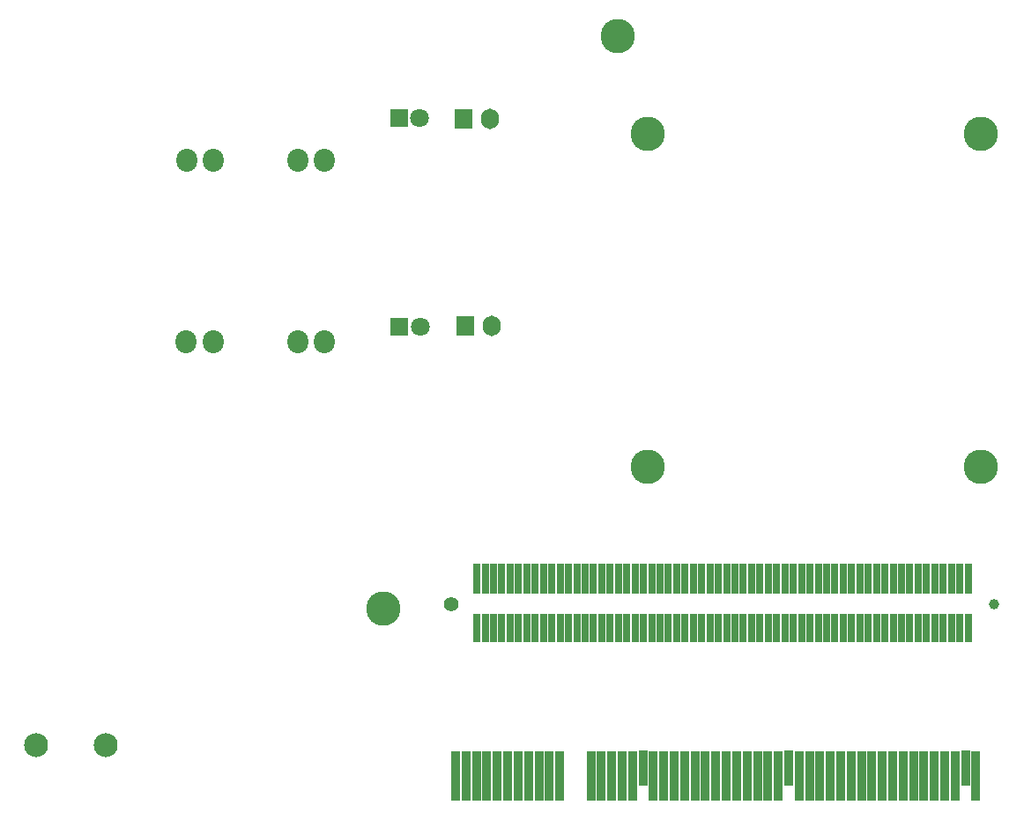
<source format=gts>
G04*
G04 #@! TF.GenerationSoftware,Altium Limited,Altium Designer,19.1.6 (110)*
G04*
G04 Layer_Color=8388736*
%FSLAX25Y25*%
%MOIN*%
G70*
G01*
G75*
%ADD19R,0.03600X0.18800*%
%ADD20R,0.03600X0.13379*%
%ADD21R,0.02769X0.11036*%
%ADD22R,0.02769X0.11824*%
%ADD23R,0.02769X0.11036*%
%ADD24R,0.02769X0.11824*%
%ADD25C,0.09068*%
%ADD26C,0.05524*%
%ADD27C,0.03950*%
%ADD28C,0.13005*%
%ADD29R,0.07099X0.07099*%
%ADD30C,0.07099*%
%ADD31R,0.06800X0.07800*%
%ADD32O,0.06800X0.07800*%
%ADD33O,0.07887X0.08674*%
D19*
X437242Y162632D02*
D03*
X441178D02*
D03*
X452987D02*
D03*
X445115D02*
D03*
X433306D02*
D03*
X429369D02*
D03*
X417558D02*
D03*
X413622D02*
D03*
X409685D02*
D03*
X405748D02*
D03*
X401811D02*
D03*
X397873D02*
D03*
X393936D02*
D03*
X389999D02*
D03*
X386062D02*
D03*
X382125D02*
D03*
X378188D02*
D03*
X456923D02*
D03*
X460860D02*
D03*
X464796D02*
D03*
X468732D02*
D03*
X472669D02*
D03*
X476605D02*
D03*
X480541D02*
D03*
X484477D02*
D03*
X488414D02*
D03*
X492350D02*
D03*
X496286D02*
D03*
X500222D02*
D03*
X508095D02*
D03*
X512031D02*
D03*
X515968D02*
D03*
X519904D02*
D03*
X523840D02*
D03*
X527776D02*
D03*
X531712D02*
D03*
X535649D02*
D03*
X539585D02*
D03*
X543521D02*
D03*
X547458D02*
D03*
X551394D02*
D03*
X555330D02*
D03*
X559266D02*
D03*
X563203D02*
D03*
X567139D02*
D03*
X575011D02*
D03*
D20*
X449051Y165342D02*
D03*
X504159D02*
D03*
X571075D02*
D03*
D21*
X502756Y218504D02*
D03*
X505906D02*
D03*
X490158D02*
D03*
X493308D02*
D03*
X477560Y218504D02*
D03*
X480709Y218504D02*
D03*
X446063Y218504D02*
D03*
X442913D02*
D03*
X436614D02*
D03*
X433465D02*
D03*
X430315D02*
D03*
X427165D02*
D03*
X424016D02*
D03*
X420866D02*
D03*
X417717D02*
D03*
X414567D02*
D03*
X411417D02*
D03*
X408268D02*
D03*
X405118D02*
D03*
X401968D02*
D03*
X398819D02*
D03*
X395669D02*
D03*
X392520D02*
D03*
X389370D02*
D03*
X386221D02*
D03*
X449213D02*
D03*
X452363D02*
D03*
X455512D02*
D03*
X458662D02*
D03*
X461811D02*
D03*
X464961D02*
D03*
X468111D02*
D03*
X471260D02*
D03*
X474410D02*
D03*
X483859Y218504D02*
D03*
X487008D02*
D03*
X496457D02*
D03*
X499607D02*
D03*
X509056D02*
D03*
X512205D02*
D03*
X515355D02*
D03*
X518504D02*
D03*
X521654D02*
D03*
X524804D02*
D03*
X527953D02*
D03*
X531103D02*
D03*
X534253D02*
D03*
X537402D02*
D03*
X540552D02*
D03*
X543701D02*
D03*
X546851D02*
D03*
X550000D02*
D03*
X553150D02*
D03*
X556300D02*
D03*
X559449D02*
D03*
X562599D02*
D03*
X565749D02*
D03*
X568898D02*
D03*
X572048D02*
D03*
D22*
X446063Y237008D02*
D03*
X442913D02*
D03*
X439764D02*
D03*
X436614D02*
D03*
X433465D02*
D03*
X424016D02*
D03*
X414567D02*
D03*
X411417D02*
D03*
X401968D02*
D03*
X395669D02*
D03*
X392520D02*
D03*
X386220D02*
D03*
X449213D02*
D03*
X452363D02*
D03*
X455512D02*
D03*
X458662D02*
D03*
X461811D02*
D03*
X464961D02*
D03*
X468111D02*
D03*
X471260D02*
D03*
X474410D02*
D03*
X477560D02*
D03*
X480709D02*
D03*
X483859D02*
D03*
X487008D02*
D03*
X490158D02*
D03*
X493308D02*
D03*
X496457D02*
D03*
X499607D02*
D03*
X502756D02*
D03*
X505906D02*
D03*
X509056D02*
D03*
X512205D02*
D03*
X515355D02*
D03*
X518504D02*
D03*
X521654D02*
D03*
X524804D02*
D03*
X527953D02*
D03*
X531103D02*
D03*
X534253D02*
D03*
X537402D02*
D03*
X540552D02*
D03*
X543701D02*
D03*
X546851D02*
D03*
X550000D02*
D03*
X553150D02*
D03*
X556300D02*
D03*
X559449D02*
D03*
X562599D02*
D03*
X565749D02*
D03*
X568898D02*
D03*
X572048D02*
D03*
D23*
X439764Y218504D02*
D03*
D24*
X430315Y237008D02*
D03*
X427165D02*
D03*
X420866D02*
D03*
X417717D02*
D03*
X408268D02*
D03*
X405118D02*
D03*
X398819D02*
D03*
X389370D02*
D03*
D25*
X219602Y174094D02*
D03*
X245823D02*
D03*
D26*
X376378Y227560D02*
D03*
D27*
X581889D02*
D03*
D28*
X451000Y405500D02*
D03*
X576984D02*
D03*
Y279516D02*
D03*
X451000D02*
D03*
X350900Y225984D02*
D03*
X439483Y442404D02*
D03*
D29*
X356693Y411417D02*
D03*
X356914Y332505D02*
D03*
D30*
X364567Y411417D02*
D03*
X364789Y332505D02*
D03*
D31*
X381339Y411024D02*
D03*
X381693Y332677D02*
D03*
D32*
X391339Y411024D02*
D03*
X391693Y332677D02*
D03*
D33*
X318415Y395660D02*
D03*
X318665Y326780D02*
D03*
X328665D02*
D03*
X286665D02*
D03*
X276165D02*
D03*
X328665Y395661D02*
D03*
X286665D02*
D03*
X276665D02*
D03*
M02*

</source>
